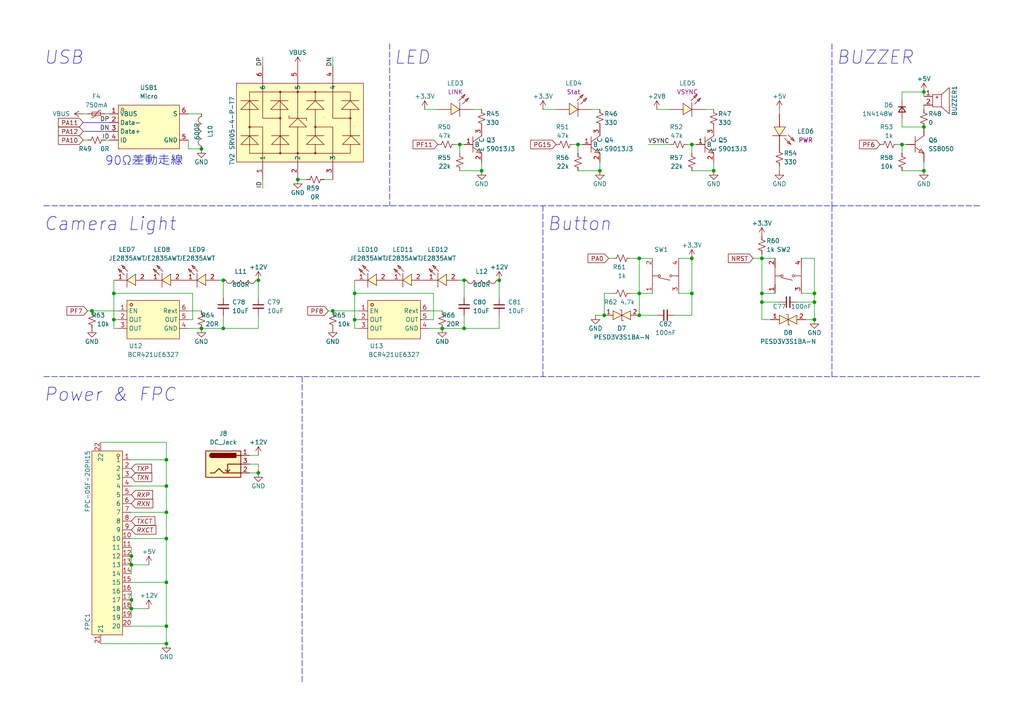
<source format=kicad_sch>
(kicad_sch (version 20211123) (generator eeschema)
  (paper "A4")
  (title_block (title "USB,LED,BUZZ,IO,BTB") (date "2022-10-21") (rev "100") (company "A. Chen") (comment 1 "CCTV3_F407ZET_REV100"))
  (lib_symbols
    (symbol "Connector:Barrel_Jack_Switch" (pin_names hide)
      (property "Reference" "J" (at 0 5.334 0))
      (property "Value" "Barrel_Jack_Switch" (at 0 -5.08 0))
      (symbol "Barrel_Jack_Switch_1_1"
        (pin passive line (at 7.62 2.54 180) (length 2.54) (name "~") (number "1"))
        (pin passive line (at 7.62 -2.54 180) (length 2.54) (name "~") (number "2"))
        (pin passive line (at 7.62 0 180) (length 2.54) (name "~") (number "3"))
      )
    )
    (symbol "Device:D_Small" (pin_numbers hide) (pin_names (offset 0.254) hide)
      (property "Reference" "D" (at -1.27 2.032 0))
      (property "Value" "D_Small" (at -3.81 -2.032 0))
      (symbol "D_Small_1_1"
        (pin passive line (at -2.54 0 0) (length 1.778) (name "K") (number "1"))
        (pin passive line (at 2.54 0 180) (length 1.778) (name "A") (number "2"))
      )
    )
    (symbol "Device:Polyfuse_Small" (pin_numbers hide) (pin_names (offset 0))
      (property "Reference" "F" (at -1.905 0 90))
      (property "Value" "Polyfuse_Small" (at 1.905 0 90))
      (symbol "Polyfuse_Small_1_1"
        (pin passive line (at 0 2.54 270) (length 0.635) (name "~") (number "1"))
        (pin passive line (at 0 -2.54 90) (length 0.635) (name "~") (number "2"))
      )
    )
    (symbol "PESD3V3S1BA-N_1" (pin_names hide)
      (property "Reference" "D" (at 0 5.08 0))
      (property "Value" "PESD3V3S1BA-N_1" (at 0 -5.08 0))
      (symbol "PESD3V3S1BA-N_1_0_1"
        (pin unspecified line (at -5.08 0 0) (length 2.54) (name "1") (number "1"))
        (pin unspecified line (at 5.08 0 180) (length 2.54) (name "2") (number "2"))
      )
    )
    (symbol "lcsc_parts:0603White light_C2290" (pin_numbers hide) (pin_names hide)
      (property "Reference" "LED" (at 0 3.81 0))
      (property "Value" "0603White light_C2290" (at 0 -6.35 0))
      (symbol "0603White light_C2290_0_1"
        (pin unspecified line (at -5.08 -1.27 0) (length 3.81) (name "A") (number "1"))
        (pin unspecified line (at 5.08 -1.27 180) (length 3.81) (name "K") (number "2"))
      )
    )
    (symbol "lcsc_parts:BCR421UE6327"
      (property "Reference" "U" (at 0 7.62 0))
      (property "Value" "BCR421UE6327" (at 0 -7.62 0))
      (symbol "BCR421UE6327_0_1"
        (pin unspecified line (at -10.16 2.54 0) (length 2.54) (name "EN") (number "1"))
        (pin unspecified line (at -10.16 0 0) (length 2.54) (name "OUT") (number "2"))
        (pin unspecified line (at -10.16 -2.54 0) (length 2.54) (name "OUT") (number "3"))
        (pin unspecified line (at 10.16 -2.54 180) (length 2.54) (name "GND") (number "4"))
        (pin unspecified line (at 10.16 0 180) (length 2.54) (name "OUT") (number "5"))
        (pin unspecified line (at 10.16 2.54 180) (length 2.54) (name "Rext") (number "6"))
      )
    )
    (symbol "lcsc_parts:BTN-TS-1187A-B-A-B" (pin_names hide)
      (property "Reference" "SW" (at 0 7.62 0))
      (property "Value" "BTN-TS-1187A-B-A-B" (at 0 -10.16 0))
      (symbol "BTN-TS-1187A-B-A-B_0_1"
        (pin unspecified line (at -5.08 2.54 0) (length 2.54) (name "A") (number "1"))
        (pin unspecified line (at 5.08 2.54 180) (length 2.54) (name "B") (number "2"))
        (pin unspecified line (at -5.08 -5.08 0) (length 2.54) (name "C") (number "3"))
        (pin unspecified line (at 5.08 -5.08 180) (length 2.54) (name "D") (number "4"))
      )
    )
    (symbol "lcsc_parts:Cap" (pin_numbers hide) (pin_names (offset 0.254) hide)
      (property "Reference" "C" (at 0.254 1.778 0))
      (property "Value" "Cap" (at 0.254 -2.032 0))
      (symbol "Cap_1_1"
        (pin passive line (at 0 2.54 270) (length 2.032) (name "~") (number "1"))
        (pin passive line (at 0 -2.54 90) (length 2.032) (name "~") (number "2"))
      )
    )
    (symbol "lcsc_parts:FPC-05F-20PH15"
      (property "Reference" "FPC" (at 0 35.56 0))
      (property "Value" "FPC-05F-20PH15" (at 0 -33.02 0))
      (symbol "FPC-05F-20PH15_0_1"
        (pin unspecified line (at -6.35 25.4 0) (length 2.54) (name "1") (number "1"))
        (pin unspecified line (at -6.35 2.54 0) (length 2.54) (name "10") (number "10"))
        (pin unspecified line (at -6.35 0 0) (length 2.54) (name "11") (number "11"))
        (pin unspecified line (at -6.35 -2.54 0) (length 2.54) (name "12") (number "12"))
        (pin unspecified line (at -6.35 -5.08 0) (length 2.54) (name "13") (number "13"))
        (pin unspecified line (at -6.35 -7.62 0) (length 2.54) (name "14") (number "14"))
        (pin unspecified line (at -6.35 -10.16 0) (length 2.54) (name "15") (number "15"))
        (pin unspecified line (at -6.35 -12.7 0) (length 2.54) (name "16") (number "16"))
        (pin unspecified line (at -6.35 -15.24 0) (length 2.54) (name "17") (number "17"))
        (pin unspecified line (at -6.35 -17.78 0) (length 2.54) (name "18") (number "18"))
        (pin unspecified line (at -6.35 -20.32 0) (length 2.54) (name "19") (number "19"))
        (pin unspecified line (at -6.35 22.86 0) (length 2.54) (name "2") (number "2"))
        (pin unspecified line (at -6.35 -22.86 0) (length 2.54) (name "20") (number "20"))
        (pin unspecified line (at 2.54 -27.94 90) (length 2.54) (name "21") (number "21"))
        (pin unspecified line (at 2.54 30.48 270) (length 2.54) (name "22") (number "22"))
        (pin unspecified line (at -6.35 20.32 0) (length 2.54) (name "3") (number "3"))
        (pin unspecified line (at -6.35 17.78 0) (length 2.54) (name "4") (number "4"))
        (pin unspecified line (at -6.35 15.24 0) (length 2.54) (name "5") (number "5"))
        (pin unspecified line (at -6.35 12.7 0) (length 2.54) (name "6") (number "6"))
        (pin unspecified line (at -6.35 10.16 0) (length 2.54) (name "7") (number "7"))
        (pin unspecified line (at -6.35 7.62 0) (length 2.54) (name "8") (number "8"))
        (pin unspecified line (at -6.35 5.08 0) (length 2.54) (name "9") (number "9"))
      )
    )
    (symbol "lcsc_parts:GZ1608D601TF" (pin_numbers hide) (pin_names hide)
      (property "Reference" "L" (at 0 5.08 0))
      (property "Value" "GZ1608D601TF" (at 0 -5.08 0))
      (symbol "GZ1608D601TF_0_1"
        (pin unspecified line (at -5.08 0 0) (length 0.762) (name "1") (number "1"))
        (pin unspecified line (at 5.08 0 180) (length 0.762) (name "2") (number "2"))
      )
    )
    (symbol "lcsc_parts:HNB09A05" (pin_names hide)
      (property "Reference" "BUZZER" (at 0 6.35 0))
      (property "Value" "HNB09A05" (at 0 -6.35 0))
      (symbol "HNB09A05_0_1"
        (pin unspecified line (at -3.81 1.27 0) (length 2.54) (name "+") (number "1"))
        (pin unspecified line (at -3.81 -1.27 0) (length 2.54) (name "2") (number "2"))
      )
    )
    (symbol "lcsc_parts:MicroUsb-10118194-0001LF"
      (property "Reference" "USB" (at 0 7.62 0))
      (property "Value" "MicroUsb-10118194-0001LF" (at 0 -10.16 0))
      (symbol "MicroUsb-10118194-0001LF_0_1"
        (pin unspecified line (at -11.43 2.54 0) (length 2.54) (name "VBUS") (number "1"))
        (pin unspecified line (at -11.43 0 0) (length 2.54) (name "Data-") (number "2"))
        (pin unspecified line (at -11.43 -2.54 0) (length 2.54) (name "Data+") (number "3"))
        (pin unspecified line (at -11.43 -5.08 0) (length 2.54) (name "ID") (number "4"))
        (pin unspecified line (at 11.43 -5.08 180) (length 2.54) (name "GND") (number "5"))
        (pin unspecified line (at 11.43 2.54 180) (length 2.54) (name "S") (number "6"))
      )
    )
    (symbol "lcsc_parts:PESD3V3S1BA-N" (pin_names hide)
      (property "Reference" "D" (at 0 5.08 0))
      (property "Value" "PESD3V3S1BA-N" (at 0 -5.08 0))
      (symbol "PESD3V3S1BA-N_0_1"
        (pin unspecified line (at -5.08 0 0) (length 2.54) (name "1") (number "1"))
        (pin unspecified line (at 5.08 0 180) (length 2.54) (name "2") (number "2"))
      )
    )
    (symbol "lcsc_parts:Res" (pin_numbers hide) (pin_names (offset 0.254) hide)
      (property "Reference" "R" (at 0.762 0.508 0))
      (property "Value" "Res" (at 0.762 -1.016 0))
      (symbol "Res_1_1"
        (pin passive line (at 0 2.54 270) (length 1.016) (name "~") (number "1"))
        (pin passive line (at 0 -2.54 90) (length 1.016) (name "~") (number "2"))
      )
    )
    (symbol "lcsc_parts:S9013J3"
      (property "Reference" "Q" (at 0 10.16 0))
      (property "Value" "S9013 J3" (at 0 -10.16 0))
      (symbol "S9013J3_0_1"
        (pin unspecified line (at -2.54 0 0) (length 2.54) (name "B") (number "1"))
        (pin unspecified line (at 2.54 -5.08 90) (length 2.54) (name "E") (number "2"))
        (pin unspecified line (at 2.54 5.08 270) (length 2.54) (name "C") (number "3"))
      )
    )
    (symbol "lcsc_parts:SAW8A32E" (pin_names hide)
      (property "Reference" "LED" (at 0 5.08 0))
      (property "Value" "SAW8A32E" (at 0 -5.08 0))
      (symbol "SAW8A32E_0_1"
        (pin unspecified line (at -5.08 0 0) (length 3.81) (name "K") (number "1"))
        (pin unspecified line (at 5.08 0 180) (length 3.81) (name "A") (number "2"))
      )
    )
    (symbol "lcsc_parts:SRV05-4-P-T7"
      (property "Reference" "TV" (at 0 13.97 0))
      (property "Value" "SRV05-4-P-T7" (at 0 -16.51 0))
      (symbol "SRV05-4-P-T7_0_1"
        (pin input line (at 16.51 -11.43 180) (length 5.08) (name "1") (number "1"))
        (pin input line (at 16.51 -1.27 180) (length 5.08) (name "2") (number "2"))
        (pin input line (at 16.51 8.89 180) (length 5.08) (name "3") (number "3"))
        (pin input line (at -16.51 8.89 0) (length 5.08) (name "4") (number "4"))
        (pin input line (at -16.51 -1.27 0) (length 5.08) (name "5") (number "5"))
        (pin input line (at -16.51 -11.43 0) (length 5.08) (name "6") (number "6"))
      )
    )
    (symbol "lcsc_parts:SS8050_C2150" (pin_numbers hide) (pin_names hide)
      (property "Reference" "Q" (at 0 10.16 0))
      (property "Value" "SS8050_C2150" (at 0 -10.16 0))
      (symbol "SS8050_C2150_0_1"
        (pin unspecified line (at -5.08 0 0) (length 2.54) (name "B") (number "1"))
        (pin unspecified line (at 0 -5.08 90) (length 2.54) (name "E") (number "2"))
        (pin unspecified line (at 0 5.08 270) (length 2.54) (name "C") (number "3"))
      )
    )
    (symbol "power:+12V" (power) (pin_names (offset 0))
      (property "Value" "+12V" (at 0 3.556 0))
      (symbol "+12V_1_1"
        (pin power_in line (at 0 0 90) (length 0) hide (name "+12V") (number "1"))
      )
    )
    (symbol "power:+12VIN" (power) (pin_names (offset 0))
      (property "Value" "+12VIN" (at 0 3.556 0))
      (symbol "+12VIN_1_1"
        (pin power_in line (at 0 0 90) (length 0) hide (name "+12V") (number "1"))
      )
    )
    (symbol "power:+2V8" (power) (pin_names (offset 0))
      (property "Value" "+2V8" (at 0 3.556 0))
      (symbol "+2V8_1_1"
        (pin power_in line (at 0 0 90) (length 0) hide (name "+2V8") (number "1"))
      )
    )
    (symbol "power:+3.3V" (power) (pin_names (offset 0))
      (property "Value" "+3.3V" (at 0 3.556 0))
      (symbol "+3.3V_1_1"
        (pin power_in line (at 0 0 90) (length 0) hide (name "+3.3V") (number "1"))
      )
    )
    (symbol "power:+5V" (power) (pin_names (offset 0))
      (property "Value" "+5V" (at 0 3.556 0))
      (symbol "+5V_1_1"
        (pin power_in line (at 0 0 90) (length 0) hide (name "+5V") (number "1"))
      )
    )
    (symbol "power:+5V_POE" (power) (pin_names (offset 0))
      (property "Value" "+5V_POE" (at 0 3.556 0))
      (symbol "+5V_POE_1_1"
        (pin power_in line (at 0 0 90) (length 0) hide (name "+5V") (number "1"))
      )
    )
    (symbol "power:12V_POE" (power) (pin_names (offset 0))
      (property "Value" "12V_POE" (at 0 3.556 0))
      (symbol "12V_POE_1_1"
        (pin power_in line (at 0 0 90) (length 0) hide (name "+12V") (number "1"))
      )
    )
    (symbol "power:GND" (power) (pin_names (offset 0))
      (property "Value" "GND" (at 0 -3.81 0))
      (symbol "GND_1_1"
        (pin power_in line (at 0 0 270) (length 0) hide (name "GND") (number "1"))
      )
    )
    (symbol "power:VBUS" (power) (pin_names (offset 0))
      (property "Value" "VBUS" (at 0 3.81 0))
      (symbol "VBUS_1_1"
        (pin power_in line (at 0 0 90) (length 0) hide (name "VBUS") (number "1"))
      )
    )
  )
  (junction (at 200.66 41.91))
  (junction (at 58.42 43.18))
  (junction (at 102.87 92.71))
  (junction (at 167.64 41.91))
  (junction (at 58.42 95.25))
  (junction (at 64.77 95.25))
  (junction (at 207.01 49.53))
  (junction (at 48.26 140.97))
  (junction (at 173.99 49.53))
  (junction (at 38.1 176.53))
  (junction (at 74.93 137.16))
  (junction (at 134.62 81.28))
  (junction (at 220.98 85.09))
  (junction (at 267.97 36.83))
  (junction (at 33.02 92.71))
  (junction (at 134.62 95.25))
  (junction (at 200.66 85.09))
  (junction (at 261.62 41.91))
  (junction (at 48.26 148.59))
  (junction (at 139.7 49.53))
  (junction (at 48.26 168.91))
  (junction (at 48.26 186.69))
  (junction (at 38.1 163.83))
  (junction (at 175.26 91.44))
  (junction (at 185.42 85.09))
  (junction (at 236.22 85.09))
  (junction (at 144.78 81.28))
  (junction (at 38.1 161.29))
  (junction (at 74.93 81.28))
  (junction (at 267.97 26.67))
  (junction (at 96.52 90.17))
  (junction (at 48.26 133.35))
  (junction (at 26.67 90.17))
  (junction (at 236.22 87.63))
  (junction (at 220.98 87.63))
  (junction (at 236.22 92.71))
  (junction (at 38.1 173.99))
  (junction (at 185.42 91.44))
  (junction (at 200.66 74.93))
  (junction (at 86.36 52.07))
  (junction (at 267.97 49.53))
  (junction (at 128.27 95.25))
  (junction (at 185.42 74.93))
  (junction (at 64.77 81.28))
  (junction (at 220.98 74.93))
  (junction (at 133.35 41.91))
  (junction (at 48.26 181.61))
  (junction (at 48.26 156.21))
  (junction (at 33.02 85.09))
  (junction (at 102.87 85.09))
  (wire (pts (xy 38.1 158.75) (xy 38.1 161.29)))
  (wire (pts (xy 48.26 128.27) (xy 48.26 133.35)))
  (wire (pts (xy 33.02 85.09) (xy 33.02 92.71)))
  (wire (pts (xy 125.73 85.09) (xy 102.87 85.09)))
  (wire (pts (xy 54.61 92.71) (xy 55.88 92.71)))
  (wire (pts (xy 134.62 81.28) (xy 134.62 86.36)))
  (wire (pts (xy 233.68 92.71) (xy 236.22 92.71)))
  (wire (pts (xy 74.93 134.62) (xy 74.93 137.16)))
  (wire (pts (xy 38.1 163.83) (xy 38.1 166.37)))
  (wire (pts (xy 38.1 173.99) (xy 38.1 176.53)))
  (wire (pts (xy 58.42 95.25) (xy 64.77 95.25)))
  (wire (pts (xy 102.87 95.25) (xy 102.87 92.71)))
  (wire (pts (xy 220.98 85.09) (xy 224.79 85.09)))
  (wire (pts (xy 187.96 41.91) (xy 194.31 41.91)))
  (wire (pts (xy 24.13 40.64) (xy 25.4 40.64)))
  (wire (pts (xy 72.39 137.16) (xy 74.93 137.16)))
  (wire (pts (xy 48.26 186.69) (xy 48.26 181.61)))
  (wire (pts (xy 38.1 163.83) (xy 43.18 163.83)))
  (wire (pts (xy 30.48 40.64) (xy 31.75 40.64)))
  (wire (pts (xy 199.39 41.91) (xy 200.66 41.91)))
  (wire (pts (xy 261.62 29.21) (xy 261.62 26.67)))
  (wire (pts (xy 144.78 95.25) (xy 144.78 91.44)))
  (wire (pts (xy 95.25 90.17) (xy 96.52 90.17)))
  (wire (pts (xy 54.61 43.18) (xy 58.42 43.18)))
  (wire (pts (xy 72.39 132.08) (xy 74.93 132.08)))
  (wire (pts (xy 260.35 41.91) (xy 261.62 41.91)))
  (wire (pts (xy 102.87 81.28) (xy 102.87 85.09)))
  (polyline (pts (xy 87.63 109.22) (xy 87.63 198.12)))
  (wire (pts (xy 167.64 41.91) (xy 167.64 44.45)))
  (wire (pts (xy 139.7 49.53) (xy 139.7 46.99)))
  (wire (pts (xy 157.48 31.75) (xy 161.29 31.75)))
  (wire (pts (xy 38.1 161.29) (xy 38.1 163.83)))
  (wire (pts (xy 177.8 85.09) (xy 175.26 85.09)))
  (polyline (pts (xy 157.48 59.69) (xy 157.48 109.22)))
  (wire (pts (xy 48.26 133.35) (xy 48.26 140.97)))
  (wire (pts (xy 220.98 87.63) (xy 226.06 87.63)))
  (wire (pts (xy 102.87 85.09) (xy 102.87 92.71)))
  (wire (pts (xy 224.79 74.93) (xy 220.98 74.93)))
  (wire (pts (xy 128.27 95.25) (xy 134.62 95.25)))
  (wire (pts (xy 172.72 91.44) (xy 175.26 91.44)))
  (wire (pts (xy 261.62 41.91) (xy 262.89 41.91)))
  (wire (pts (xy 185.42 85.09) (xy 185.42 91.44)))
  (wire (pts (xy 200.66 41.91) (xy 201.93 41.91)))
  (wire (pts (xy 175.26 85.09) (xy 175.26 91.44)))
  (wire (pts (xy 86.36 52.07) (xy 88.9 52.07)))
  (wire (pts (xy 171.45 31.75) (xy 173.99 31.75)))
  (wire (pts (xy 76.2 54.61) (xy 76.2 52.07)))
  (wire (pts (xy 176.53 74.93) (xy 177.8 74.93)))
  (wire (pts (xy 134.62 95.25) (xy 144.78 95.25)))
  (wire (pts (xy 93.98 52.07) (xy 96.52 52.07)))
  (wire (pts (xy 204.47 31.75) (xy 207.01 31.75)))
  (wire (pts (xy 55.88 85.09) (xy 33.02 85.09)))
  (wire (pts (xy 125.73 92.71) (xy 125.73 85.09)))
  (wire (pts (xy 54.61 95.25) (xy 58.42 95.25)))
  (wire (pts (xy 64.77 81.28) (xy 64.77 86.36)))
  (wire (pts (xy 236.22 74.93) (xy 236.22 85.09)))
  (wire (pts (xy 185.42 91.44) (xy 190.5 91.44)))
  (wire (pts (xy 33.02 81.28) (xy 33.02 85.09)))
  (wire (pts (xy 261.62 49.53) (xy 267.97 49.53)))
  (wire (pts (xy 218.44 74.93) (xy 220.98 74.93)))
  (wire (pts (xy 102.87 92.71) (xy 104.14 92.71)))
  (wire (pts (xy 185.42 85.09) (xy 189.23 85.09)))
  (wire (pts (xy 38.1 176.53) (xy 43.18 176.53)))
  (wire (pts (xy 96.52 16.51) (xy 96.52 19.05)))
  (wire (pts (xy 34.29 95.25) (xy 33.02 95.25)))
  (wire (pts (xy 200.66 85.09) (xy 200.66 91.44)))
  (polyline (pts (xy 113.03 12.7) (xy 113.03 59.69)))
  (wire (pts (xy 134.62 91.44) (xy 134.62 95.25)))
  (wire (pts (xy 48.26 156.21) (xy 48.26 168.91)))
  (wire (pts (xy 134.62 81.28) (xy 133.35 81.28)))
  (wire (pts (xy 167.64 49.53) (xy 173.99 49.53)))
  (wire (pts (xy 48.26 148.59) (xy 48.26 156.21)))
  (wire (pts (xy 33.02 92.71) (xy 34.29 92.71)))
  (wire (pts (xy 124.46 90.17) (xy 128.27 90.17)))
  (wire (pts (xy 261.62 34.29) (xy 261.62 36.83)))
  (wire (pts (xy 144.78 81.28) (xy 144.78 86.36)))
  (wire (pts (xy 167.64 41.91) (xy 168.91 41.91)))
  (wire (pts (xy 48.26 168.91) (xy 48.26 181.61)))
  (wire (pts (xy 236.22 87.63) (xy 236.22 85.09)))
  (wire (pts (xy 96.52 90.17) (xy 104.14 90.17)))
  (wire (pts (xy 38.1 140.97) (xy 48.26 140.97)))
  (wire (pts (xy 200.66 85.09) (xy 200.66 74.93)))
  (wire (pts (xy 25.4 90.17) (xy 26.67 90.17)))
  (wire (pts (xy 166.37 41.91) (xy 167.64 41.91)))
  (wire (pts (xy 72.39 134.62) (xy 74.93 134.62)))
  (wire (pts (xy 182.88 85.09) (xy 185.42 85.09)))
  (wire (pts (xy 236.22 87.63) (xy 236.22 92.71)))
  (wire (pts (xy 55.88 92.71) (xy 55.88 85.09)))
  (wire (pts (xy 133.35 49.53) (xy 139.7 49.53)))
  (wire (pts (xy 133.35 41.91) (xy 133.35 44.45)))
  (wire (pts (xy 104.14 95.25) (xy 102.87 95.25)))
  (wire (pts (xy 64.77 91.44) (xy 64.77 95.25)))
  (wire (pts (xy 261.62 41.91) (xy 261.62 44.45)))
  (wire (pts (xy 173.99 49.53) (xy 173.99 46.99)))
  (wire (pts (xy 220.98 85.09) (xy 220.98 87.63)))
  (wire (pts (xy 76.2 16.51) (xy 76.2 19.05)))
  (wire (pts (xy 74.93 81.28) (xy 74.93 86.36)))
  (polyline (pts (xy 241.3 59.69) (xy 241.3 109.22)))
  (wire (pts (xy 24.13 35.56) (xy 31.75 35.56)) (stroke (width 0) (color 0 0 255 1)))
  (wire (pts (xy 190.5 31.75) (xy 194.31 31.75)))
  (wire (pts (xy 220.98 73.66) (xy 220.98 74.93)))
  (wire (pts (xy 200.66 74.93) (xy 196.85 74.93)))
  (wire (pts (xy 232.41 74.93) (xy 236.22 74.93)))
  (wire (pts (xy 123.19 31.75) (xy 127 31.75)))
  (wire (pts (xy 38.1 168.91) (xy 48.26 168.91)))
  (wire (pts (xy 200.66 41.91) (xy 200.66 44.45)))
  (wire (pts (xy 24.13 38.1) (xy 31.75 38.1)) (stroke (width 0) (color 0 0 255 1)))
  (polyline (pts (xy 12.7 59.69) (xy 284.48 59.69)))
  (wire (pts (xy 26.67 90.17) (xy 34.29 90.17)))
  (wire (pts (xy 38.1 133.35) (xy 48.26 133.35)))
  (wire (pts (xy 185.42 74.93) (xy 185.42 85.09)))
  (wire (pts (xy 132.08 41.91) (xy 133.35 41.91)))
  (wire (pts (xy 38.1 171.45) (xy 38.1 173.99)))
  (polyline (pts (xy 12.7 109.22) (xy 284.48 109.22)))
  (wire (pts (xy 38.1 156.21) (xy 48.26 156.21)))
  (wire (pts (xy 226.06 48.26) (xy 226.06 49.53)))
  (wire (pts (xy 196.85 85.09) (xy 200.66 85.09)))
  (wire (pts (xy 267.97 30.48) (xy 267.97 31.75)))
  (wire (pts (xy 54.61 40.64) (xy 54.61 43.18)))
  (wire (pts (xy 200.66 49.53) (xy 207.01 49.53)))
  (wire (pts (xy 207.01 49.53) (xy 207.01 46.99)))
  (wire (pts (xy 220.98 74.93) (xy 220.98 85.09)))
  (wire (pts (xy 33.02 95.25) (xy 33.02 92.71)))
  (wire (pts (xy 137.16 31.75) (xy 139.7 31.75)))
  (wire (pts (xy 38.1 176.53) (xy 38.1 179.07)))
  (wire (pts (xy 24.13 33.02) (xy 25.4 33.02)))
  (wire (pts (xy 220.98 87.63) (xy 220.98 92.71)))
  (polyline (pts (xy 241.3 12.7) (xy 241.3 59.69)))
  (wire (pts (xy 38.1 148.59) (xy 48.26 148.59)))
  (wire (pts (xy 29.21 128.27) (xy 48.26 128.27)))
  (wire (pts (xy 74.93 95.25) (xy 74.93 91.44)))
  (wire (pts (xy 38.1 181.61) (xy 48.26 181.61)))
  (wire (pts (xy 29.21 186.69) (xy 48.26 186.69)))
  (wire (pts (xy 54.61 33.02) (xy 58.42 33.02)))
  (wire (pts (xy 64.77 95.25) (xy 74.93 95.25)))
  (wire (pts (xy 124.46 92.71) (xy 125.73 92.71)))
  (wire (pts (xy 226.06 31.75) (xy 226.06 33.02)))
  (wire (pts (xy 64.77 81.28) (xy 63.5 81.28)))
  (wire (pts (xy 261.62 36.83) (xy 267.97 36.83)))
  (wire (pts (xy 267.97 26.67) (xy 267.97 27.94)))
  (wire (pts (xy 236.22 85.09) (xy 232.41 85.09)))
  (wire (pts (xy 54.61 90.17) (xy 58.42 90.17)))
  (wire (pts (xy 48.26 140.97) (xy 48.26 148.59)))
  (wire (pts (xy 124.46 95.25) (xy 128.27 95.25)))
  (wire (pts (xy 195.58 91.44) (xy 200.66 91.44)))
  (wire (pts (xy 267.97 49.53) (xy 267.97 46.99)))
  (wire (pts (xy 133.35 41.91) (xy 134.62 41.91)))
  (wire (pts (xy 261.62 26.67) (xy 267.97 26.67)))
  (wire (pts (xy 231.14 87.63) (xy 236.22 87.63)))
  (wire (pts (xy 220.98 92.71) (xy 223.52 92.71)))
  (wire (pts (xy 182.88 74.93) (xy 185.42 74.93)))
  (wire (pts (xy 185.42 74.93) (xy 189.23 74.93)))
  (wire (pts (xy 30.48 33.02) (xy 31.75 33.02)))
  (text "90Ω差動走線" (at 53.34 48.26 180) (effects (font (size 2.54 2.54)) (justify right bottom)))
  (text "BUZZER" (at 242.57 19.05 0) (effects (font (size 3.81 3.81) italic) (justify left bottom)))
  (text "Button" (at 158.75 67.31 0) (effects (font (size 3.81 3.81) italic) (justify left bottom)))
  (text "Camera Light" (at 12.7 67.31 0) (effects (font (size 3.81 3.81) italic) (justify left bottom)))
  (text "Power & FPC" (at 12.7 116.84 0) (effects (font (size 3.81 3.81) italic) (justify left bottom)))
  (text "LED" (at 114.3 19.05 0) (effects (font (size 3.81 3.81) italic) (justify left bottom)))
  (text "USB" (at 12.7 19.05 0) (effects (font (size 3.81 3.81) italic) (justify left bottom)))
  (label "ID" (at 76.2 54.61 90))
  (label "DP" (at 31.75 35.56 180))
  (label "ID" (at 31.75 40.64 180))
  (label "DN" (at 96.52 16.51 270))
  (label "DP" (at 76.2 16.51 270))
  (label "VSYNC" (at 187.96 41.91 0))
  (label "DN" (at 31.75 38.1 180))
  (global_label "PG15" (shape input) (at 161.29 41.91 180) (property "Intersheet References" "${INTERSHEET_REFS}" (effects hide)))
  (global_label "PF6" (shape input) (at 255.27 41.91 180) (property "Intersheet References" "${INTERSHEET_REFS}" (effects hide)))
  (global_label "PA11" (shape input) (at 24.13 35.56 180) (property "Intersheet References" "${INTERSHEET_REFS}" (effects hide)))
  (global_label "NRST" (shape input) (at 218.44 74.93 180) (property "Intersheet References" "${INTERSHEET_REFS}" (effects hide)))
  (global_label "PF7" (shape input) (at 25.4 90.17 180) (property "Intersheet References" "${INTERSHEET_REFS}" (effects hide)))
  (global_label "TXN" (shape input) (at 38.1 138.43 0) (effects (font italic)) (property "Intersheet References" "${INTERSHEET_REFS}" (effects hide)))
  (global_label "RXN" (shape input) (at 38.1 146.05 0) (effects (font italic)) (property "Intersheet References" "${INTERSHEET_REFS}" (effects hide)))
  (global_label "RXP" (shape input) (at 38.1 143.51 0) (effects (font italic)) (property "Intersheet References" "${INTERSHEET_REFS}" (effects hide)))
  (global_label "TXCT" (shape input) (at 38.1 151.13 0) (effects (font italic)) (property "Intersheet References" "${INTERSHEET_REFS}" (effects hide)))
  (global_label "PA10" (shape input) (at 24.13 40.64 180) (property "Intersheet References" "${INTERSHEET_REFS}" (effects hide)))
  (global_label "TXP" (shape input) (at 38.1 135.89 0) (effects (font italic)) (property "Intersheet References" "${INTERSHEET_REFS}" (effects hide)))
  (global_label "PA0" (shape input) (at 176.53 74.93 180) (property "Intersheet References" "${INTERSHEET_REFS}" (effects hide)))
  (global_label "RXCT" (shape input) (at 38.1 153.67 0) (effects (font italic)) (property "Intersheet References" "${INTERSHEET_REFS}" (effects hide)))
  (global_label "PF8" (shape input) (at 95.25 90.17 180) (property "Intersheet References" "${INTERSHEET_REFS}" (effects hide)))
  (global_label "PA12" (shape input) (at 24.13 38.1 180) (property "Intersheet References" "${INTERSHEET_REFS}" (effects hide)))
  (global_label "PF11" (shape input) (at 127 41.91 180) (property "Intersheet References" "${INTERSHEET_REFS}" (effects hide)))
  (symbol (lib_id "lcsc_parts:Res") (at 207.01 34.29 0) (unit 1)
    (property "Reference" "R47" (at 208.28 33.02 0) (effects (justify left)))
    (property "Value" "330" (at 208.28 35.56 0) (effects (justify left)))
    (property "Footprint" "lcsc_parts:R0603" (effects hide))
    (property "LCSC Part" "TBD" (effects hide))
  )
  (symbol (lib_id "lcsc_parts:S9013J3") (at 171.45 41.91 0) (unit 1)
    (property "Reference" "Q4" (at 175.26 40.6399 0) (effects (justify left)))
    (property "Value" "S9013J3" (at 175.26 43.18 0) (effects (justify left)))
    (property "Footprint" "lcsc_parts:SOT-23-3_L2.9-W1.3-P1.90-LS2.4-BR" (effects hide))
    (property "Datasheet" "https://lcsc.com/product-detail/Transistors-NPN-PNP_S9013-J3-200-350_C6749.html" (effects hide))
    (property "Manufacturer" "CJ" (effects hide))
    (property "LCSC Part" "C6749" (effects hide))
    (property "JLC Part" "Basic Part" (effects hide))
  )
  (symbol (lib_id "lcsc_parts:Res") (at 167.64 46.99 180) (unit 1)
    (property "Reference" "R56" (at 165.1 45.72 0) (effects (justify left)))
    (property "Value" "22k" (at 165.1 48.26 0) (effects (justify left)))
    (property "Footprint" "lcsc_parts:R0603" (effects hide))
    (property "LCSC Part" "TBD" (effects hide))
  )
  (symbol (lib_id "lcsc_parts:Cap") (at 134.62 88.9 0) (unit 1)
    (property "Reference" "C80" (at 137.16 87.63 0) (effects (justify left)))
    (property "Value" "10uF" (at 137.16 90.17 0) (effects (justify left)))
    (property "Footprint" "lcsc_parts:C1206" (effects hide))
    (property "Voltage" "50V" (effects hide))
    (property "LCSC Part" "TBD" (effects hide))
  )
  (symbol (lib_id "lcsc_parts:FPC-05F-20PH15") (at 31.75 158.75 0) (mirror y) (unit 1)
    (property "Reference" "FPC1" (at 25.4 182.88 90) (effects (justify left)))
    (property "Value" "FPC-05F-20PH15" (at 25.4 148.59 90) (effects (justify left)))
    (property "Footprint" "lcsc_parts:FPC-SMD_20P-P0.50_XUNPU_FPC-05F-20PH15" (effects hide))
    (property "Manufacturer" "XUNPU(讯普)" (effects hide))
    (property "LCSC Part" "C2856820" (effects hide))
  )
  (symbol (lib_id "Device:Polyfuse_Small") (at 27.94 33.02 90) (unit 1)
    (property "Reference" "F4" (at 27.94 27.94 90))
    (property "Value" "750mA" (at 27.94 30.48 90))
    (property "Footprint" "lcsc_parts:F1812" (effects hide))
    (property "Datasheet" "https://lcsc.com/product-detail/Surface-Mount-Fuses_Littelfuse_1812L075-33DR_750mA-33V-Self-recovery_C151170.html" (effects hide))
    (property "Manufacturer" "Littelfuse" (effects hide))
    (property "LCSC Part" "C151170" (effects hide))
    (property "JLC Part" "Extended Part" (effects hide))
    (property "Model" "1812L075_33DR" (effects hide))
  )
  (symbol (lib_id "lcsc_parts:0603White light_C2290") (at 132.08 30.48 0) (unit 1)
    (property "Reference" "LED3" (at 132.08 24.13 0))
    (property "Value" "0603" (effects hide))
    (property "Footprint" "lcsc_parts:LED0603-R-RD_WHITE" (effects hide))
    (property "Datasheet" "https://lcsc.com/product-detail/Light-Emitting-Diodes-LED_0603White-light_C2290.html" (effects hide))
    (property "LCSC Part" "TBD" (effects hide))
    (property "JLC Part" "Basic Part" (effects hide))
    (property "Comm" "LINK" (at 132.08 26.67 0))
  )
  (symbol (lib_id "lcsc_parts:S9013J3") (at 204.47 41.91 0) (unit 1)
    (property "Reference" "Q5" (at 208.28 40.6399 0) (effects (justify left)))
    (property "Value" "S9013J3" (at 208.28 43.18 0) (effects (justify left)))
    (property "Footprint" "lcsc_parts:SOT-23-3_L2.9-W1.3-P1.90-LS2.4-BR" (effects hide))
    (property "Datasheet" "https://lcsc.com/product-detail/Transistors-NPN-PNP_S9013-J3-200-350_C6749.html" (effects hide))
    (property "Manufacturer" "CJ" (effects hide))
    (property "LCSC Part" "C6749" (effects hide))
    (property "JLC Part" "Basic Part" (effects hide))
  )
  (symbol (lib_id "lcsc_parts:Res") (at 220.98 71.12 0) (unit 1)
    (property "Reference" "R60" (at 222.25 69.85 0) (effects (justify left)))
    (property "Value" "1k" (at 222.25 72.39 0) (effects (justify left)))
    (property "Footprint" "lcsc_parts:R0603" (effects hide))
    (property "LCSC Part" "TBD" (effects hide))
  )
  (symbol (lib_id "lcsc_parts:PESD3V3S1BA-N") (at 180.34 91.44 0) (unit 1)
    (property "Reference" "D7" (at 180.34 95.25 0))
    (property "Value" "PESD3V3S1BA-N" (at 180.34 97.79 0))
    (property "Footprint" "lcsc_parts:SOD-523_L1.2-W0.8-LS1.6-BI" (effects hide))
    (property "Datasheet" "https://lcsc.com/product-detail/Others_Bourne-Semicon-Shenzhen-PESD3V3S1BA-N_C316037.html" (effects hide))
    (property "Manufacturer" "Bourne Semicon (Shenzhen)" (effects hide))
    (property "LCSC Part" "C316037" (effects hide))
    (property "JLC Part" "Extended Part" (effects hide))
  )
  (symbol (lib_id "lcsc_parts:Res") (at 27.94 40.64 90) (unit 1)
    (property "Reference" "R49" (at 26.67 43.18 90) (effects (justify left)))
    (property "Value" "0R" (at 31.75 43.18 90) (effects (justify left)))
    (property "Footprint" "lcsc_parts:R0603" (effects hide))
    (property "LCSC Part" "TBD" (effects hide))
  )
  (symbol (lib_id "power:GND") (at 96.52 95.25 0) (unit 1)
    (property "Reference" "#PWR0208" (effects hide))
    (property "Value" "GND" (at 96.52 99.06 0))
  )
  (symbol (lib_id "power:+3.3V") (at 200.66 74.93 0) (unit 1)
    (property "Reference" "#PWR0233" (effects hide))
    (property "Value" "+3.3V" (at 200.66 71.12 0))
  )
  (symbol (lib_id "lcsc_parts:Res") (at 91.44 52.07 90) (unit 1)
    (property "Reference" "R59" (at 92.71 54.61 90) (effects (justify left)))
    (property "Value" "0R" (at 92.71 57.15 90) (effects (justify left)))
    (property "Footprint" "lcsc_parts:R0603" (effects hide))
    (property "LCSC Part" "TBD" (effects hide))
  )
  (symbol (lib_id "power:GND") (at 26.67 95.25 0) (unit 1)
    (property "Reference" "#PWR0212" (effects hide))
    (property "Value" "GND" (at 26.67 99.06 0))
  )
  (symbol (lib_id "lcsc_parts:Res") (at 267.97 34.29 0) (unit 1)
    (property "Reference" "R48" (at 269.24 33.02 0) (effects (justify left)))
    (property "Value" "0" (at 269.24 35.56 0) (effects (justify left)))
    (property "Footprint" "lcsc_parts:R0603" (effects hide))
    (property "LCSC Part" "TBD" (effects hide))
  )
  (symbol (lib_id "lcsc_parts:SAW8A32E") (at 107.95 81.28 0) (unit 1)
    (property "Reference" "LED10" (at 106.68 72.39 0))
    (property "Value" "JE2835AWT" (at 106.68 74.93 0))
    (property "Footprint" "lcsc_parts:LED-SMD_L3.3-W2.8-RD" (effects hide))
    (property "LCSC Part" "TBD" (effects hide))
    (property "JLC Part" "Extended Part" (effects hide))
  )
  (symbol (lib_id "lcsc_parts:Cap") (at 144.78 88.9 0) (unit 1)
    (property "Reference" "C81" (at 147.32 87.63 0) (effects (justify left)))
    (property "Value" "10uF" (at 147.32 90.17 0) (effects (justify left)))
    (property "Footprint" "lcsc_parts:C1206" (effects hide))
    (property "Voltage" "50V" (effects hide))
    (property "LCSC Part" "TBD" (effects hide))
  )
  (symbol (lib_id "lcsc_parts:GZ1608D601TF") (at 58.42 38.1 270) (unit 1)
    (property "Reference" "L10" (at 60.96 38.1 0))
    (property "Value" "600R" (at 57.15 38.1 0))
    (property "Footprint" "lcsc_parts:L0603" (effects hide))
    (property "Datasheet" "https://lcsc.com/product-detail/Ferrite-Beads-And-Chips_600R-25-100MHz_C1002.html" (effects hide))
    (property "Manufacturer" "Sunlord" (effects hide))
    (property "LCSC Part" "C1002" (effects hide))
    (property "JLC Part" "Basic Part" (effects hide))
    (property "Model" "GZ1608D601TF" (effects hide))
  )
  (symbol (lib_id "lcsc_parts:SS8050_C2150") (at 267.97 41.91 0) (unit 1)
    (property "Reference" "Q6" (at 269.24 40.6399 0) (effects (justify left)))
    (property "Value" "SS8050" (at 269.24 43.1799 0) (effects (justify left)))
    (property "Footprint" "lcsc_parts:SOT-23-3_L2.9-W1.3-P1.90-LS2.4-BR" (effects hide))
    (property "Datasheet" "https://lcsc.com/product-detail/Transistors-NPN-PNP_SS8050-Y1-200-350_C2150.html" (effects hide))
    (property "Manufacturer" "CJ" (effects hide))
    (property "LCSC Part" "C2150" (effects hide))
    (property "JLC Part" "Basic Part" (effects hide))
  )
  (symbol (lib_id "power:+3.3V") (at 123.19 31.75 0) (unit 1)
    (property "Reference" "#PWR0216" (effects hide))
    (property "Value" "+3.3V" (at 123.19 27.94 0))
  )
  (symbol (lib_id "lcsc_parts:Res") (at 26.67 92.71 180) (unit 1)
    (property "Reference" "R63" (at 30.48 91.44 0) (effects (justify left)))
    (property "Value" "10k" (at 31.75 93.98 0) (effects (justify left)))
    (property "Footprint" "lcsc_parts:R0603" (effects hide))
    (property "LCSC Part" "TBD" (effects hide))
  )
  (symbol (lib_id "lcsc_parts:Res") (at 96.52 92.71 180) (unit 1)
    (property "Reference" "R65" (at 100.33 91.44 0) (effects (justify left)))
    (property "Value" "10k" (at 101.6 93.98 0) (effects (justify left)))
    (property "Footprint" "lcsc_parts:R0603" (effects hide))
    (property "LCSC Part" "TBD" (effects hide))
  )
  (symbol (lib_id "power:+3.3V") (at 220.98 68.58 0) (unit 1)
    (property "Reference" "#PWR0232" (effects hide))
    (property "Value" "+3.3V" (at 220.98 64.77 0))
  )
  (symbol (lib_id "power:+12V") (at 74.93 81.28 0) (unit 1)
    (property "Reference" "#PWR0209" (effects hide))
    (property "Value" "+12V" (at 74.93 77.47 0))
  )
  (symbol (lib_id "power:+5V_POE") (at 43.18 163.83 0) (unit 1)
    (property "Reference" "#PWR0219" (effects hide))
    (property "Value" "+5V_POE" (at 43.18 160.02 0))
  )
  (symbol (lib_id "lcsc_parts:Res") (at 200.66 46.99 180) (unit 1)
    (property "Reference" "R57" (at 198.12 45.72 0) (effects (justify left)))
    (property "Value" "22k" (at 198.12 48.26 0) (effects (justify left)))
    (property "Footprint" "lcsc_parts:R0603" (effects hide))
    (property "LCSC Part" "TBD" (effects hide))
  )
  (symbol (lib_id "lcsc_parts:BCR421UE6327") (at 44.45 92.71 0) (unit 1)
    (property "Reference" "U12" (at 39.37 100.33 0))
    (property "Value" "BCR421UE6327" (at 44.45 102.87 0))
    (property "Footprint" "lcsc_parts:SC-74-6_L2.9-W1.6-P0.95-LS2.5-BR" (effects hide))
    (property "Datasheet" "https://lcsc.com/product-detail/LED-Drivers_Infineon_BCR421UE6327_BCR421U_C112923.html" (effects hide))
    (property "Manufacturer" "Infineon" (effects hide))
    (property "LCSC Part" "C112923" (effects hide))
    (property "JLC Part" "Extended Part" (effects hide))
  )
  (symbol (lib_id "Connector:Barrel_Jack_Switch") (at 64.77 134.62 0) (unit 1)
    (property "Reference" "J8" (at 64.77 125.73 0))
    (property "Value" "DC_Jack" (at 64.77 128.27 0))
    (property "Footprint" "Connector_BarrelJack:BarrelJack_Horizontal" (effects hide))
  )
  (symbol (lib_id "power:GND") (at 86.36 52.07 0) (unit 1)
    (property "Reference" "#PWR0217" (effects hide))
    (property "Value" "GND" (at 86.36 55.88 0))
  )
  (symbol (lib_id "power:GND") (at 207.01 49.53 0) (unit 1)
    (property "Reference" "#PWR0227" (effects hide))
    (property "Value" "GND" (at 207.01 53.34 0))
  )
  (symbol (lib_id "Device:D_Small") (at 261.62 31.75 90) (mirror x) (unit 1)
    (property "Reference" "D6" (at 259.08 30.4799 90) (effects (justify left)))
    (property "Value" "1N4148W" (at 259.08 33.0199 90) (effects (justify left)))
    (property "Footprint" "lcsc_parts:SOD-123F_L2.7-W1.6-LS3.8-RD" (effects hide))
    (property "Datasheet" "https://lcsc.com/product-detail/Switching-Diode_1N4148W_C81598.html" (effects hide))
    (property "Manufacturer" "SEMTECH" (effects hide))
    (property "LCSC Part" "C81598" (effects hide))
    (property "JLC Part" "Basic Part" (effects hide))
  )
  (symbol (lib_id "lcsc_parts:Res") (at 163.83 41.91 90) (unit 1)
    (property "Reference" "R51" (at 165.1 36.83 90) (effects (justify left)))
    (property "Value" "47k" (at 165.1 39.37 90) (effects (justify left)))
    (property "Footprint" "lcsc_parts:R0603" (effects hide))
    (property "LCSC Part" "TBD" (effects hide))
  )
  (symbol (lib_id "lcsc_parts:SRV05-4-P-T7") (at 87.63 35.56 270) (unit 1)
    (property "Reference" "TV2" (at 67.31 44.45 0) (effects (justify left)))
    (property "Value" "SRV05-4-P-T7" (at 67.31 27.94 0) (effects (justify left)))
    (property "Footprint" "lcsc_parts:SOT-23-6_L2.9-W1.6-P0.95-LS2.8-BR" (effects hide))
    (property "Datasheet" "https://lcsc.com/product-detail/TVS_SRV05-4-P-T7_C85364.html" (effects hide))
    (property "Manufacturer" "PROTEK" (effects hide))
    (property "LCSC Part" "C85364" (effects hide))
    (property "JLC Part" "Basic Part" (effects hide))
  )
  (symbol (lib_id "power:+3.3V") (at 157.48 31.75 0) (unit 1)
    (property "Reference" "#PWR0224" (effects hide))
    (property "Value" "+3.3V" (at 157.48 27.94 0))
  )
  (symbol (lib_id "lcsc_parts:0603White light_C2290") (at 227.33 38.1 270) (unit 1)
    (property "Reference" "LED6" (at 233.68 38.1 90))
    (property "Value" "0603" (effects hide))
    (property "Footprint" "lcsc_parts:LED0603-R-RD_WHITE" (effects hide))
    (property "Datasheet" "https://lcsc.com/product-detail/Light-Emitting-Diodes-LED_0603White-light_C2290.html" (effects hide))
    (property "LCSC Part" "TBD" (effects hide))
    (property "JLC Part" "Basic Part" (effects hide))
    (property "Comm" "PWR" (at 233.68 40.64 90))
  )
  (symbol (lib_id "power:VBUS") (at 86.36 19.05 0) (unit 1)
    (property "Reference" "#PWR0218" (effects hide))
    (property "Value" "VBUS" (at 83.82 15.24 0) (effects (justify left)))
  )
  (symbol (lib_id "lcsc_parts:BTN-TS-1187A-B-A-B") (at 191.77 80.01 90) (unit 1)
    (property "Reference" "SW1" (at 191.77 72.39 90))
    (property "Value" "BTN-TS-1187A-B-A-B" (effects hide))
    (property "Footprint" "lcsc_parts:SW-SMD_4P-L5.1-W5.1-P3.70-LS6.5-TL-2" (effects hide))
    (property "Datasheet" "https://lcsc.com/product-detail/Tactile-Switches_XKB-Enterprise-TS-1187-B-A-A_C318884.html" (effects hide))
    (property "Manufacturer" "XKB Enterprise" (effects hide))
    (property "LCSC Part" "C318884" (effects hide))
    (property "JLC Part" "Basic Part" (effects hide))
  )
  (symbol (lib_id "lcsc_parts:BTN-TS-1187A-B-A-B") (at 227.33 80.01 90) (unit 1)
    (property "Reference" "SW2" (at 227.33 72.39 90))
    (property "Value" "BTN-TS-1187A-B-A-B" (effects hide))
    (property "Footprint" "lcsc_parts:SW-SMD_4P-L5.1-W5.1-P3.70-LS6.5-TL-2" (effects hide))
    (property "Datasheet" "https://lcsc.com/product-detail/Tactile-Switches_XKB-Enterprise-TS-1187-B-A-A_C318884.html" (effects hide))
    (property "Manufacturer" "XKB Enterprise" (effects hide))
    (property "LCSC Part" "C318884" (effects hide))
    (property "JLC Part" "Basic Part" (effects hide))
  )
  (symbol (lib_id "power:GND") (at 74.93 137.16 0) (unit 1)
    (property "Reference" "#PWR0223" (effects hide))
    (property "Value" "GND" (at 74.93 140.97 0))
  )
  (symbol (lib_id "power:12V_POE") (at 43.18 176.53 0) (unit 1)
    (property "Reference" "#PWR0220" (effects hide))
    (property "Value" "12V_POE" (at 43.18 172.72 0))
  )
  (symbol (lib_id "lcsc_parts:SAW8A32E") (at 58.42 81.28 0) (unit 1)
    (property "Reference" "LED9" (at 57.15 72.39 0))
    (property "Value" "JE2835AWT" (at 57.15 74.93 0))
    (property "Footprint" "lcsc_parts:LED-SMD_L3.3-W2.8-RD" (effects hide))
    (property "LCSC Part" "TBD" (effects hide))
    (property "JLC Part" "Extended Part" (effects hide))
  )
  (symbol (lib_id "power:GND") (at 236.22 92.71 0) (unit 1)
    (property "Reference" "#PWR0231" (effects hide))
    (property "Value" "GND" (at 236.22 96.52 0))
  )
  (symbol (lib_id "lcsc_parts:GZ1608D601TF") (at 139.7 81.28 0) (unit 1)
    (property "Reference" "L12" (at 139.7 78.74 0))
    (property "Value" "600R" (at 139.7 82.55 0))
    (property "Footprint" "lcsc_parts:L0603" (effects hide))
    (property "Datasheet" "https://lcsc.com/product-detail/Ferrite-Beads-And-Chips_600R-25-100MHz_C1002.html" (effects hide))
    (property "Manufacturer" "Sunlord" (effects hide))
    (property "LCSC Part" "C1002" (effects hide))
    (property "JLC Part" "Basic Part" (effects hide))
    (property "Model" "GZ1608D601TF" (effects hide))
  )
  (symbol (lib_id "lcsc_parts:BCR421UE6327") (at 114.3 92.71 0) (unit 1)
    (property "Reference" "U13" (at 109.22 100.33 0))
    (property "Value" "BCR421UE6327" (at 114.3 102.87 0))
    (property "Footprint" "lcsc_parts:SC-74-6_L2.9-W1.6-P0.95-LS2.5-BR" (effects hide))
    (property "Datasheet" "https://lcsc.com/product-detail/LED-Drivers_Infineon_BCR421UE6327_BCR421U_C112923.html" (effects hide))
    (property "Manufacturer" "Infineon" (effects hide))
    (property "LCSC Part" "C112923" (effects hide))
    (property "JLC Part" "Extended Part" (effects hide))
  )
  (symbol (lib_id "lcsc_parts:Res") (at 180.34 85.09 90) (unit 1)
    (property "Reference" "R62" (at 179.07 87.63 90) (effects (justify left)))
    (property "Value" "4.7k" (at 184.15 87.63 90) (effects (justify left)))
    (property "Footprint" "lcsc_parts:R0603" (effects hide))
    (property "LCSC Part" "TBD" (effects hide))
  )
  (symbol (lib_id "lcsc_parts:GZ1608D601TF") (at 69.85 81.28 0) (unit 1)
    (property "Reference" "L11" (at 69.85 78.74 0))
    (property "Value" "600R" (at 69.85 82.55 0))
    (property "Footprint" "lcsc_parts:L0603" (effects hide))
    (property "Datasheet" "https://lcsc.com/product-detail/Ferrite-Beads-And-Chips_600R-25-100MHz_C1002.html" (effects hide))
    (property "Manufacturer" "Sunlord" (effects hide))
    (property "LCSC Part" "C1002" (effects hide))
    (property "JLC Part" "Basic Part" (effects hide))
    (property "Model" "GZ1608D601TF" (effects hide))
  )
  (symbol (lib_id "lcsc_parts:Res") (at 226.06 45.72 0) (unit 1)
    (property "Reference" "R54" (at 227.33 44.45 0) (effects (justify left)))
    (property "Value" "330" (at 227.33 46.99 0) (effects (justify left)))
    (property "Footprint" "lcsc_parts:R0603" (effects hide))
    (property "LCSC Part" "TBD" (effects hide))
  )
  (symbol (lib_id "power:+12V") (at 144.78 81.28 0) (unit 1)
    (property "Reference" "#PWR0210" (effects hide))
    (property "Value" "+12V" (at 144.78 77.47 0))
  )
  (symbol (lib_id "power:+5V") (at 267.97 26.67 0) (unit 1)
    (property "Reference" "#PWR0205" (effects hide))
    (property "Value" "+5V" (at 267.97 22.86 0))
  )
  (symbol (lib_id "power:VBUS") (at 24.13 33.02 90) (unit 1)
    (property "Reference" "#PWR0214" (effects hide))
    (property "Value" "VBUS" (at 20.32 33.0199 90) (effects (justify left)))
  )
  (symbol (lib_id "power:+2V8") (at 190.5 31.75 0) (unit 1)
    (property "Reference" "#PWR0226" (effects hide))
    (property "Value" "+2V8" (at 190.5 27.94 0))
  )
  (symbol (lib_id "lcsc_parts:0603White light_C2290") (at 199.39 30.48 0) (unit 1)
    (property "Reference" "LED5" (at 199.39 24.13 0))
    (property "Value" "0603" (effects hide))
    (property "Footprint" "lcsc_parts:LED0603-R-RD_WHITE" (effects hide))
    (property "Datasheet" "https://lcsc.com/product-detail/Light-Emitting-Diodes-LED_0603White-light_C2290.html" (effects hide))
    (property "LCSC Part" "TBD" (effects hide))
    (property "JLC Part" "Basic Part" (effects hide))
    (property "Comm" "VSYNC" (at 199.39 26.67 0))
  )
  (symbol (lib_id "lcsc_parts:Res") (at 139.7 34.29 0) (unit 1)
    (property "Reference" "R45" (at 140.97 33.02 0) (effects (justify left)))
    (property "Value" "330" (at 140.97 35.56 0) (effects (justify left)))
    (property "Footprint" "lcsc_parts:R0603" (effects hide))
    (property "LCSC Part" "TBD" (effects hide))
  )
  (symbol (lib_id "power:GND") (at 139.7 49.53 0) (unit 1)
    (property "Reference" "#PWR0207" (effects hide))
    (property "Value" "GND" (at 139.7 53.34 0))
  )
  (symbol (lib_id "power:GND") (at 267.97 49.53 0) (unit 1)
    (property "Reference" "#PWR0206" (effects hide))
    (property "Value" "GND" (at 267.97 53.34 0))
  )
  (symbol (lib_id "lcsc_parts:HNB09A05") (at 271.78 29.21 0) (unit 1)
    (property "Reference" "BUZZER1" (at 276.86 29.21 90))
    (property "Value" "HNB09A05" (effects hide))
    (property "Footprint" "lcsc_parts:BUZ-TH_BD9.6-P5.00-D0.7-FD" (effects hide))
    (property "Datasheet" "https://lcsc.com/product-detail/Buzzers_HNB09A05_C96493.html" (effects hide))
    (property "Manufacturer" "HNDZ" (effects hide))
    (property "LCSC Part" "C96493" (effects hide))
    (property "JLC Part" "Extended Part" (effects hide))
  )
  (symbol (lib_id "lcsc_parts:Cap") (at 64.77 88.9 0) (unit 1)
    (property "Reference" "C78" (at 67.31 87.63 0) (effects (justify left)))
    (property "Value" "10uF" (at 67.31 90.17 0) (effects (justify left)))
    (property "Footprint" "lcsc_parts:C1206" (effects hide))
    (property "Voltage" "50V" (effects hide))
    (property "LCSC Part" "TBD" (effects hide))
  )
  (symbol (lib_id "lcsc_parts:Res") (at 128.27 92.71 180) (unit 1)
    (property "Reference" "R66" (at 132.08 91.44 0) (effects (justify left)))
    (property "Value" "20R" (at 133.35 93.98 0) (effects (justify left)))
    (property "Footprint" "lcsc_parts:R0603" (effects hide))
    (property "Tolerance" "1%" (effects hide))
    (property "LCSC Part" "TBD" (effects hide))
  )
  (symbol (lib_id "power:+5V") (at 226.06 31.75 0) (unit 1)
    (property "Reference" "#PWR0228" (effects hide))
    (property "Value" "+5V" (at 226.06 27.94 0))
  )
  (symbol (lib_id "lcsc_parts:SAW8A32E") (at 128.27 81.28 0) (unit 1)
    (property "Reference" "LED12" (at 127 72.39 0))
    (property "Value" "JE2835AWT" (at 127 74.93 0))
    (property "Footprint" "lcsc_parts:LED-SMD_L3.3-W2.8-RD" (effects hide))
    (property "LCSC Part" "TBD" (effects hide))
    (property "JLC Part" "Extended Part" (effects hide))
  )
  (symbol (lib_id "lcsc_parts:Res") (at 257.81 41.91 90) (unit 1)
    (property "Reference" "R53" (at 259.08 36.83 90) (effects (justify left)))
    (property "Value" "1k" (at 259.08 39.37 90) (effects (justify left)))
    (property "Footprint" "lcsc_parts:R0603" (effects hide))
    (property "LCSC Part" "TBD" (effects hide))
  )
  (symbol (lib_id "lcsc_parts:Res") (at 261.62 46.99 180) (unit 1)
    (property "Reference" "R58" (at 259.08 45.72 0) (effects (justify left)))
    (property "Value" "10k" (at 259.08 48.26 0) (effects (justify left)))
    (property "Footprint" "lcsc_parts:R0603" (effects hide))
    (property "LCSC Part" "TBD" (effects hide))
  )
  (symbol (lib_id "power:GND") (at 226.06 49.53 0) (unit 1)
    (property "Reference" "#PWR0229" (effects hide))
    (property "Value" "GND" (at 226.06 53.34 0))
  )
  (symbol (lib_id "lcsc_parts:SAW8A32E") (at 118.11 81.28 0) (unit 1)
    (property "Reference" "LED11" (at 116.84 72.39 0))
    (property "Value" "JE2835AWT" (at 116.84 74.93 0))
    (property "Footprint" "lcsc_parts:LED-SMD_L3.3-W2.8-RD" (effects hide))
    (property "LCSC Part" "TBD" (effects hide))
    (property "JLC Part" "Extended Part" (effects hide))
  )
  (symbol (lib_id "lcsc_parts:Res") (at 129.54 41.91 90) (unit 1)
    (property "Reference" "R50" (at 130.81 36.83 90) (effects (justify left)))
    (property "Value" "47k" (at 130.81 39.37 90) (effects (justify left)))
    (property "Footprint" "lcsc_parts:R0603" (effects hide))
    (property "LCSC Part" "TBD" (effects hide))
  )
  (symbol (lib_name "PESD3V3S1BA-N_1") (lib_id "lcsc_parts:PESD3V3S1BA-N") (at 228.6 92.71 0) (unit 1)
    (property "Reference" "D8" (at 228.6 96.52 0))
    (property "Value" "PESD3V3S1BA-N" (at 228.6 99.06 0))
    (property "Footprint" "lcsc_parts:SOD-523_L1.2-W0.8-LS1.6-BI" (effects hide))
    (property "Datasheet" "https://lcsc.com/product-detail/Others_Bourne-Semicon-Shenzhen-PESD3V3S1BA-N_C316037.html" (effects hide))
    (property "Manufacturer" "Bourne Semicon (Shenzhen)" (effects hide))
    (property "LCSC Part" "C316037" (effects hide))
    (property "JLC Part" "Extended Part" (effects hide))
  )
  (symbol (lib_id "lcsc_parts:Cap") (at 228.6 87.63 90) (unit 1)
    (property "Reference" "C77" (at 226.06 88.9 90))
    (property "Value" "100nF" (at 232.41 88.9 90))
    (property "Footprint" "lcsc_parts:C0603" (effects hide))
    (property "Voltage" "50V" (effects hide))
    (property "LCSC Part" "TBD" (effects hide))
  )
  (symbol (lib_id "lcsc_parts:SAW8A32E") (at 38.1 81.28 0) (unit 1)
    (property "Reference" "LED7" (at 36.83 72.39 0))
    (property "Value" "JE2835AWT" (at 36.83 74.93 0))
    (property "Footprint" "lcsc_parts:LED-SMD_L3.3-W2.8-RD" (effects hide))
    (property "LCSC Part" "TBD" (effects hide))
    (property "JLC Part" "Extended Part" (effects hide))
  )
  (symbol (lib_id "lcsc_parts:Res") (at 180.34 74.93 90) (unit 1)
    (property "Reference" "R61" (at 181.61 77.47 90) (effects (justify left)))
    (property "Value" "1k" (at 181.61 80.01 90) (effects (justify left)))
    (property "Footprint" "lcsc_parts:R0603" (effects hide))
    (property "LCSC Part" "TBD" (effects hide))
  )
  (symbol (lib_id "lcsc_parts:Res") (at 133.35 46.99 180) (unit 1)
    (property "Reference" "R55" (at 130.81 45.72 0) (effects (justify left)))
    (property "Value" "22k" (at 130.81 48.26 0) (effects (justify left)))
    (property "Footprint" "lcsc_parts:R0603" (effects hide))
    (property "LCSC Part" "TBD" (effects hide))
  )
  (symbol (lib_id "power:GND") (at 48.26 186.69 0) (unit 1)
    (property "Reference" "#PWR0222" (effects hide))
    (property "Value" "GND" (at 48.26 190.5 0))
  )
  (symbol (lib_id "lcsc_parts:Res") (at 58.42 92.71 180) (unit 1)
    (property "Reference" "R64" (at 62.23 91.44 0) (effects (justify left)))
    (property "Value" "20R" (at 63.5 93.98 0) (effects (justify left)))
    (property "Footprint" "lcsc_parts:R0603" (effects hide))
    (property "Tolerance" "1%" (effects hide))
    (property "LCSC Part" "TBD" (effects hide))
  )
  (symbol (lib_id "power:GND") (at 58.42 43.18 0) (unit 1)
    (property "Reference" "#PWR0215" (effects hide))
    (property "Value" "GND" (at 58.42 46.99 0))
  )
  (symbol (lib_id "lcsc_parts:0603White light_C2290") (at 166.37 30.48 0) (unit 1)
    (property "Reference" "LED4" (at 166.37 24.13 0))
    (property "Value" "0603" (effects hide))
    (property "Footprint" "lcsc_parts:LED0603-R-RD_WHITE" (effects hide))
    (property "Datasheet" "https://lcsc.com/product-detail/Light-Emitting-Diodes-LED_0603White-light_C2290.html" (effects hide))
    (property "LCSC Part" "TBD" (effects hide))
    (property "JLC Part" "Basic Part" (effects hide))
    (property "Comm" "Stat" (at 166.37 26.67 0))
  )
  (symbol (lib_id "power:GND") (at 128.27 95.25 0) (unit 1)
    (property "Reference" "#PWR0211" (effects hide))
    (property "Value" "GND" (at 128.27 99.06 0))
  )
  (symbol (lib_id "lcsc_parts:MicroUsb-10118194-0001LF") (at 43.18 35.56 0) (unit 1)
    (property "Reference" "USB1" (at 43.18 25.4 0))
    (property "Value" "Micro" (at 43.18 27.94 0))
    (property "Footprint" "lcsc_parts:MICRO-USB-SMD_10118194-0001LF" (effects hide))
    (property "Datasheet" "https://lcsc.com/product-detail/USB-Connectors_Amphenol_10118194-0001LF_10118194-0001LF_C132563.html" (effects hide))
    (property "Manufacturer" "Amphenol ICC" (effects hide))
    (property "LCSC Part" "C132563" (effects hide))
    (property "JLC Part" "Extended Part" (effects hide))
  )
  (symbol (lib_id "power:GND") (at 172.72 91.44 0) (unit 1)
    (property "Reference" "#PWR0230" (effects hide))
    (property "Value" "GND" (at 172.72 95.25 0))
  )
  (symbol (lib_id "lcsc_parts:SAW8A32E") (at 48.26 81.28 0) (unit 1)
    (property "Reference" "LED8" (at 46.99 72.39 0))
    (property "Value" "JE2835AWT" (at 46.99 74.93 0))
    (property "Footprint" "lcsc_parts:LED-SMD_L3.3-W2.8-RD" (effects hide))
    (property "LCSC Part" "TBD" (effects hide))
    (property "JLC Part" "Extended Part" (effects hide))
  )
  (symbol (lib_id "lcsc_parts:Res") (at 196.85 41.91 90) (unit 1)
    (property "Reference" "R52" (at 198.12 36.83 90) (effects (justify left)))
    (property "Value" "47k" (at 198.12 39.37 90) (effects (justify left)))
    (property "Footprint" "lcsc_parts:R0603" (effects hide))
    (property "LCSC Part" "TBD" (effects hide))
  )
  (symbol (lib_id "lcsc_parts:S9013J3") (at 137.16 41.91 0) (unit 1)
    (property "Reference" "Q3" (at 140.97 40.6399 0) (effects (justify left)))
    (property "Value" "S9013J3" (at 140.97 43.18 0) (effects (justify left)))
    (property "Footprint" "lcsc_parts:SOT-23-3_L2.9-W1.3-P1.90-LS2.4-BR" (effects hide))
    (property "Datasheet" "https://lcsc.com/product-detail/Transistors-NPN-PNP_S9013-J3-200-350_C6749.html" (effects hide))
    (property "Manufacturer" "CJ" (effects hide))
    (property "LCSC Part" "C6749" (effects hide))
    (property "JLC Part" "Basic Part" (effects hide))
  )
  (symbol (lib_id "power:+12VIN") (at 74.93 132.08 0) (unit 1)
    (property "Reference" "#PWR0221" (effects hide))
    (property "Value" "+12VIN" (at 74.93 128.27 0))
  )
  (symbol (lib_id "lcsc_parts:Cap") (at 74.93 88.9 0) (unit 1)
    (property "Reference" "C79" (at 77.47 87.63 0) (effects (justify left)))
    (property "Value" "10uF" (at 77.47 90.17 0) (effects (justify left)))
    (property "Footprint" "lcsc_parts:C1206" (effects hide))
    (property "Voltage" "50V" (effects hide))
    (property "LCSC Part" "TBD" (effects hide))
  )
  (symbol (lib_id "lcsc_parts:Res") (at 173.99 34.29 0) (unit 1)
    (property "Reference" "R46" (at 175.26 33.02 0) (effects (justify left)))
    (property "Value" "330" (at 175.26 35.56 0) (effects (justify left)))
    (property "Footprint" "lcsc_parts:R0603" (effects hide))
    (property "LCSC Part" "TBD" (effects hide))
  )
  (symbol (lib_id "power:GND") (at 58.42 95.25 0) (unit 1)
    (property "Reference" "#PWR0213" (effects hide))
    (property "Value" "GND" (at 58.42 99.06 0))
  )
  (symbol (lib_id "lcsc_parts:Cap") (at 193.04 91.44 90) (unit 1)
    (property "Reference" "C82" (at 193.04 93.98 90))
    (property "Value" "100nF" (at 193.04 96.52 90))
    (property "Footprint" "lcsc_parts:C0603" (effects hide))
    (property "Voltage" "50V" (effects hide))
    (property "LCSC Part" "TBD" (effects hide))
  )
  (symbol (lib_id "power:GND") (at 173.99 49.53 0) (unit 1)
    (property "Reference" "#PWR0225" (effects hide))
    (property "Value" "GND" (at 173.99 53.34 0))
  )
)
</source>
